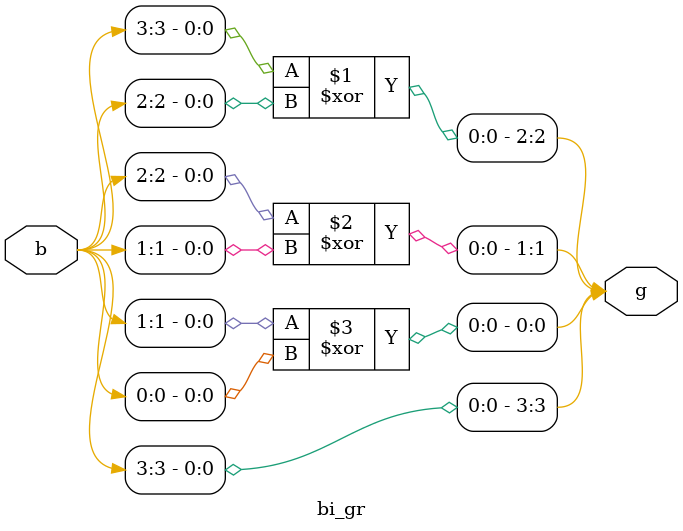
<source format=v>
module bi_gr (b,g);
input  [3:0]b;
output  [3:0]g;

assign g[3]=b[3];
assign g[2]=b[3]^b[2];
assign g[1]=b[2]^b[1];
assign g[0]=b[1]^b[0];

endmodule

</source>
